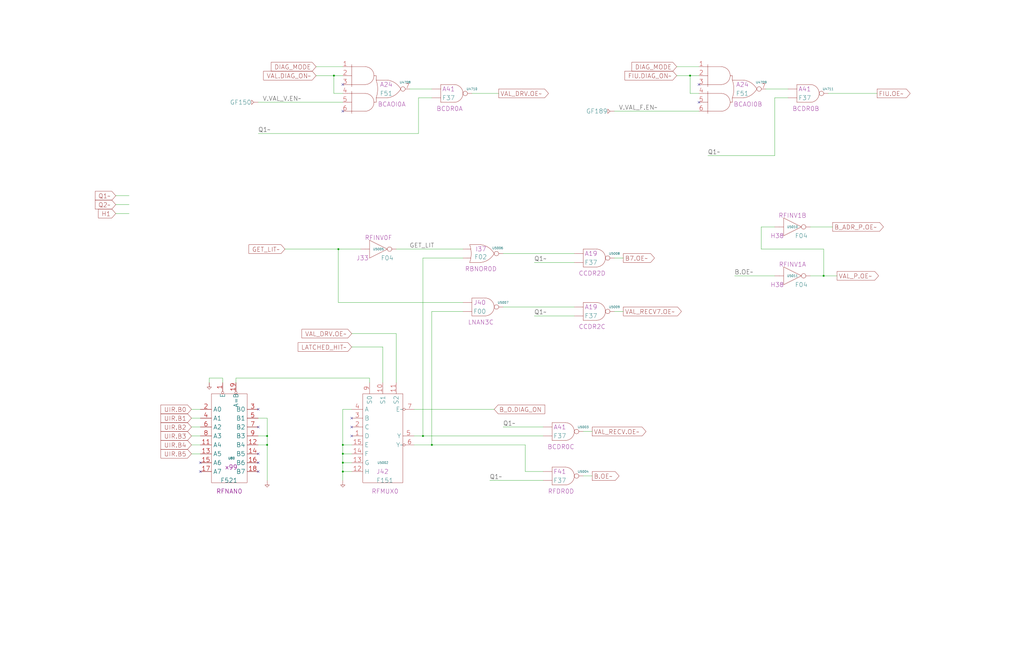
<source format=kicad_sch>
(kicad_sch (version 20230121) (generator eeschema)
  (paper "User" 584.2 378.46)
  (title_block (title "REGISTER FILE CONTROL") (date "22-MAR-90") (rev "1.0") (comment 1 "VALUE") (comment 2 "232-003063") (comment 3 "S400") (comment 4 "RELEASED"))
  (lib_symbols
    (symbol "r1000:F00" (pin_numbers hide) (pin_names hide)
      (property "Reference" "U" (at 15.24 0 0))
      (property "Value" "F00" (at 1.905 -5.08 0))
      (property "Location" "___" (at 1.905 0 0))
      (property "Name" "______" (at 2.54 -12.7 0))
      (symbol "F00_0_1"
        (polyline (pts (xy -2.54 -7.62) (xy 5.08 -7.62)) (stroke (width 0.1524)))
        (polyline (pts (xy -2.54 2.54) (xy -2.54 -7.62)) (stroke (width 0.1524)))
        (polyline (pts (xy -2.54 2.54) (xy 5.08 2.54)) (stroke (width 0.1524)))
        (arc (start 5.08 -7.62) (mid 10.1282 -2.54) (end 5.08 2.54) (stroke (width 0.1524)))
        (circle (center 11.43 -2.54) (radius 1.27) (stroke (width 0.1524)))
      )
      (symbol "F00_0_2"
        (circle (center -3.81 -5.08) (radius 1.27) (stroke (width 0.1524)))
        (circle (center -3.81 0) (radius 1.27) (stroke (width 0.1524)))
        (arc (start -3.175 -7.62) (mid -2.134 -2.54) (end -3.175 2.54) (stroke (width 0.1524)))
        (polyline (pts (xy -3.175 -7.62) (xy 3.81 -7.62)) (stroke (width 0.1524)))
        (polyline (pts (xy -3.175 2.54) (xy 3.81 2.54)) (stroke (width 0.1524)))
        (arc (start 3.81 -7.62) (mid 7.5855 -5.8306) (end 10.16 -2.54) (stroke (width 0.1524)))
        (arc (start 10.16 -2.54) (mid 7.5827 0.7471) (end 3.81 2.54) (stroke (width 0.1524)))
      )
      (symbol "F00_1_1"
        (pin input line (at -7.62 0 0) (length 5.08) (name "D0") (number "1"))
        (pin input line (at -7.62 -5.08 0) (length 5.08) (name "D1") (number "2"))
        (pin output line (at 15.24 -2.54 180) (length 2.54) (name "Q") (number "3"))
      )
      (symbol "F00_1_2"
        (pin input line (at -7.62 0 0) (length 2.54) (name "D0") (number "1"))
        (pin input line (at -7.62 -5.08 0) (length 2.54) (name "D1") (number "2"))
        (pin output line (at 15.24 -2.54 180) (length 5.08) (name "Q") (number "3"))
      )
    )
    (symbol "r1000:F02" (pin_numbers hide) (pin_names hide)
      (property "Reference" "U" (at 12.16 0.635 0))
      (property "Value" "F02" (at -1.27 -4.445 0))
      (property "Location" "___" (at 2.54 0 0))
      (property "Name" "______" (at 2.54 -12.7 0))
      (symbol "F02_0_1"
        (arc (start -3.81 -7.62) (mid -2.9847 -2.54) (end -3.81 2.54) (stroke (width 0.1524)))
        (polyline (pts (xy -5.08 -5.08) (xy -3.175 -5.08)) (stroke (width 0.1524)))
        (polyline (pts (xy -5.08 0) (xy -3.175 0)) (stroke (width 0.1524)))
        (polyline (pts (xy -3.81 -7.62) (xy 2.54 -7.62)) (stroke (width 0.1524)))
        (polyline (pts (xy -3.81 2.54) (xy 2.54 2.54)) (stroke (width 0.1524)))
        (polyline (pts (xy 13.97 -2.54) (xy 12.7 -2.54)) (stroke (width 0.1524)))
        (arc (start 2.54 -7.62) (mid 6.9515 -5.9823) (end 10.16 -2.54) (stroke (width 0.1524)))
        (arc (start 10.16 -2.54) (mid 6.9478 0.8966) (end 2.54 2.54) (stroke (width 0.1524)))
        (circle (center 11.43 -2.54) (radius 1.27) (stroke (width 0.1524)))
      )
      (symbol "F02_0_2"
        (circle (center -3.81 -5.08) (radius 1.27) (stroke (width 0.1524)))
        (circle (center -3.81 0) (radius 1.27) (stroke (width 0.1524)))
        (polyline (pts (xy -2.54 -7.62) (xy 5.08 -7.62)) (stroke (width 0.1524)))
        (polyline (pts (xy -2.54 2.54) (xy -2.54 -7.62)) (stroke (width 0.1524)))
        (polyline (pts (xy -2.54 2.54) (xy 5.08 2.54)) (stroke (width 0.1524)))
        (polyline (pts (xy 11.43 -2.54) (xy 10.16 -2.54)) (stroke (width 0.1524)))
        (polyline (pts (xy 11.43 -2.54) (xy 12.7 -2.54)) (stroke (width 0.1524)))
        (arc (start 5.08 -7.62) (mid 10.1282 -2.54) (end 5.08 2.54) (stroke (width 0.1524)))
      )
      (symbol "F02_1_1"
        (pin input line (at -7.62 0 0) (length 2.54) (name "D0") (number "1"))
        (pin input line (at -7.62 -5.08 0) (length 2.54) (name "D1") (number "2"))
        (pin output line (at 15.24 -2.54 180) (length 1.27) (name "Q") (number "3"))
      )
      (symbol "F02_1_2"
        (pin input line (at -7.62 0 0) (length 2.54) (name "D0") (number "1"))
        (pin input line (at -7.62 -5.08 0) (length 2.54) (name "D1") (number "2"))
        (pin output line (at 15.24 -2.54 180) (length 2.54) (name "Q") (number "3"))
      )
    )
    (symbol "r1000:F04" (pin_numbers hide) (pin_names hide)
      (property "Reference" "U" (at 0 0 0))
      (property "Value" "F04" (at 1.27 -5.08 0))
      (property "Location" "___" (at -12.7 -5.08 0))
      (property "Name" "______" (at 0 5.08 0))
      (symbol "F04_0_1"
        (polyline (pts (xy -7.62 0) (xy -5.08 0)) (stroke (width 0.1524)))
        (polyline (pts (xy -5.08 5.08) (xy -5.08 -5.08)) (stroke (width 0.1524)))
        (polyline (pts (xy 5.08 0) (xy -5.08 -5.08)) (stroke (width 0.1524)))
        (polyline (pts (xy 5.08 0) (xy -5.08 5.08)) (stroke (width 0.1524)))
        (circle (center 6.35 0) (radius 1.27) (stroke (width 0.1524)))
      )
      (symbol "F04_1_1"
        (pin input line (at -10.16 0 0) (length 2.54) (name "D0") (number "1"))
        (pin output line (at 10.16 0 180) (length 2.54) (name "Q") (number "2"))
      )
    )
    (symbol "r1000:F151" (pin_names (offset 1.016))
      (property "Reference" "U" (at 2.54 5.08 0))
      (property "Value" "F151" (at -1.27 -5.08 0))
      (property "Location" "___" (at -1.27 0 0))
      (property "Name" "______" (at 3.81 -12.7 0))
      (symbol "F151_1_1"
        (rectangle (start -8.89 44.45) (end 13.97 -6.35))
        (circle (center 14.605 15.24) (radius 0.635))
        (circle (center 14.605 35.56) (radius 0.635))
        (pin input line (at -15.24 20.32 0) (length 6.35) (name "D") (number "1"))
        (pin input line (at 2.54 50.8 270) (length 6.35) (name "S1") (number "10"))
        (pin input line (at 10.16 50.8 270) (length 6.35) (name "S2") (number "11"))
        (pin input line (at -15.24 0 0) (length 6.35) (name "H") (number "12"))
        (pin input line (at -15.24 5.08 0) (length 6.35) (name "G") (number "13"))
        (pin input line (at -15.24 10.16 0) (length 6.35) (name "F") (number "14"))
        (pin input line (at -15.24 15.24 0) (length 6.35) (name "E") (number "15"))
        (pin input line (at -15.24 25.4 0) (length 6.35) (name "C") (number "2"))
        (pin input line (at -15.24 30.48 0) (length 6.35) (name "B") (number "3"))
        (pin input line (at -15.24 35.56 0) (length 6.35) (name "A") (number "4"))
        (pin output line (at 20.32 20.32 180) (length 6.35) (name "Y") (number "5"))
        (pin output line (at 20.32 15.24 180) (length 5.08) (name "Y~") (number "6"))
        (pin input line (at 20.32 35.56 180) (length 5.08) (name "E~") (number "7"))
        (pin input line (at -5.08 50.8 270) (length 6.35) (name "S0") (number "9"))
      )
    )
    (symbol "r1000:F37" (pin_numbers hide) (pin_names (offset 0) hide)
      (property "Reference" "U" (at 15.24 0 0))
      (property "Value" "F37" (at 1.905 -5.08 0))
      (property "Location" "___" (at 1.905 0 0))
      (property "Name" "______" (at 2.54 -12.7 0))
      (symbol "F37_0_1"
        (polyline (pts (xy -2.54 -7.62) (xy 5.08 -7.62)) (stroke (width 0.1524)))
        (polyline (pts (xy -2.54 2.54) (xy -2.54 -7.62)) (stroke (width 0.1524)))
        (polyline (pts (xy -2.54 2.54) (xy 5.08 2.54)) (stroke (width 0.1524)))
        (arc (start 5.08 -7.62) (mid 10.1282 -2.54) (end 5.08 2.54) (stroke (width 0.1524)))
        (circle (center 11.43 -2.54) (radius 1.27) (stroke (width 0.1524)))
      )
      (symbol "F37_0_2"
        (circle (center -3.81 -5.08) (radius 1.27) (stroke (width 0.1524)))
        (circle (center -3.81 0) (radius 1.27) (stroke (width 0.1524)))
        (arc (start -3.175 -7.62) (mid -2.134 -2.54) (end -3.175 2.54) (stroke (width 0.1524)))
        (polyline (pts (xy -3.175 -7.62) (xy 3.81 -7.62)) (stroke (width 0.1524)))
        (polyline (pts (xy -3.175 2.54) (xy 3.81 2.54)) (stroke (width 0.1524)))
        (arc (start 3.81 -7.62) (mid 7.5855 -5.8306) (end 10.16 -2.54) (stroke (width 0.1524)))
        (arc (start 10.16 -2.54) (mid 7.5827 0.7471) (end 3.81 2.54) (stroke (width 0.1524)))
      )
      (symbol "F37_1_1"
        (pin input line (at -7.62 0 0) (length 5.08) (name "D0") (number "1"))
        (pin input line (at -7.62 -5.08 0) (length 5.08) (name "D1") (number "2"))
        (pin output line (at 15.24 -2.54 180) (length 2.54) (name "Q") (number "3"))
      )
      (symbol "F37_1_2"
        (pin input line (at -7.62 0 0) (length 2.54) (name "D0") (number "1"))
        (pin input line (at -7.62 -5.08 0) (length 2.54) (name "D1") (number "2"))
        (pin output line (at 15.24 -2.54 180) (length 5.08) (name "Q") (number "3"))
      )
    )
    (symbol "r1000:F51" (pin_names hide)
      (property "Reference" "U" (at 12.7 1.27 0))
      (property "Value" "F51" (at 1.905 -5.08 0))
      (property "Location" "___" (at 1.905 0 0))
      (property "Name" "______" (at 5.08 -12.7 0))
      (symbol "F51_0_0"
        (arc (start -10.16 -15.24) (mid -6.5679 -13.7521) (end -5.08 -10.16) (stroke (width 0.1524)))
        (arc (start -10.16 0) (mid -6.5679 1.4879) (end -5.08 5.08) (stroke (width 0.1524)))
        (arc (start -5.08 -10.16) (mid -6.5679 -6.5679) (end -10.16 -5.08) (stroke (width 0.1524)))
        (arc (start -5.08 5.08) (mid -6.5679 8.6721) (end -10.16 10.16) (stroke (width 0.1524)))
        (arc (start -3.8173 -7.62) (mid -2.9926 -2.54) (end -3.8173 2.54) (stroke (width 0.1524)))
        (polyline (pts (xy -20.32 -15.24) (xy -17.78 -15.24)) (stroke (width 0.1524)))
        (polyline (pts (xy -20.32 -10.16) (xy -17.78 -10.16)) (stroke (width 0.1524)))
        (polyline (pts (xy -20.32 -5.08) (xy -17.78 -5.08)) (stroke (width 0.1524)))
        (polyline (pts (xy -20.32 0) (xy -17.78 0)) (stroke (width 0.1524)))
        (polyline (pts (xy -20.32 5.08) (xy -17.78 5.08)) (stroke (width 0.1524)))
        (polyline (pts (xy -20.32 10.16) (xy -17.78 10.16)) (stroke (width 0.1524)))
        (polyline (pts (xy -17.78 -3.81) (xy -17.78 -16.51)) (stroke (width 0.1524)))
        (polyline (pts (xy -17.78 11.43) (xy -17.78 -1.27)) (stroke (width 0.1524)))
        (polyline (pts (xy -10.16 -15.24) (xy -17.78 -15.24)) (stroke (width 0.1524)))
        (polyline (pts (xy -10.16 -5.08) (xy -17.78 -5.08)) (stroke (width 0.1524)))
        (polyline (pts (xy -10.16 0) (xy -17.78 0)) (stroke (width 0.1524)))
        (polyline (pts (xy -10.16 10.16) (xy -17.78 10.16)) (stroke (width 0.1524)))
        (polyline (pts (xy -3.81 -7.62) (xy 2.54 -7.62)) (stroke (width 0.1524)))
        (polyline (pts (xy -3.81 2.54) (xy 2.54 2.54)) (stroke (width 0.1524)))
        (polyline (pts (xy -5.08 -10.16) (xy -3.81 -10.16) (xy -3.81 -7.62)) (stroke (width 0.1524)))
        (polyline (pts (xy -5.08 5.08) (xy -3.81 5.08) (xy -3.81 2.54)) (stroke (width 0.1524)))
        (arc (start 2.54 -7.62) (mid 6.9504 -5.9805) (end 10.16 -2.54) (stroke (width 0.1524)))
        (arc (start 10.16 -2.54) (mid 6.9516 0.9024) (end 2.54 2.54) (stroke (width 0.1524)))
        (circle (center 11.43 -2.54) (radius 1.27) (stroke (width 0.1524)))
      )
      (symbol "F51_1_1"
        (pin input line (at -22.86 10.16 0) (length 2.54) (name "A1") (number "1"))
        (pin input line (at -22.86 5.08 0) (length 2.54) (name "A2") (number "2"))
        (pin input line (at -22.86 0 0) (length 2.54) (name "A3") (number "3"))
        (pin input line (at -22.86 -5.08 0) (length 2.54) (name "B1") (number "4"))
        (pin input line (at -22.86 -10.16 0) (length 2.54) (name "B2") (number "5"))
        (pin input line (at -22.86 -15.24 0) (length 2.54) (name "B3") (number "6"))
        (pin output line (at 15.24 -2.54 180) (length 2.54) (name "Q") (number "7"))
      )
    )
    (symbol "r1000:F521" (pin_names (offset 1.016))
      (property "Reference" "U" (at 2.54 5.08 0))
      (property "Value" "F521" (at -3.81 -7.62 0))
      (property "Location" "___" (at -1.27 0 0))
      (property "Name" "______" (at 1.27 -15.24 0))
      (symbol "F521_1_1"
        (rectangle (start -8.89 41.91) (end 11.43 -8.89))
        (circle (center -2.54 42.545) (radius 0.635))
        (circle (center 5.08 42.545) (radius 0.635))
        (pin input line (at -2.54 48.26 270) (length 5.08) (name "E") (number "1"))
        (pin input line (at -15.24 12.7 0) (length 6.35) (name "A4") (number "11"))
        (pin input line (at 17.78 12.7 180) (length 6.35) (name "B4") (number "12"))
        (pin input line (at -15.24 7.62 0) (length 6.35) (name "A5") (number "13"))
        (pin input line (at 17.78 7.62 180) (length 6.35) (name "B5") (number "14"))
        (pin input line (at -15.24 2.54 0) (length 6.35) (name "A6") (number "15"))
        (pin input line (at 17.78 2.54 180) (length 6.35) (name "B6") (number "16"))
        (pin input line (at -15.24 -2.54 0) (length 6.35) (name "A7") (number "17"))
        (pin input line (at 17.78 -2.54 180) (length 6.35) (name "B7") (number "18"))
        (pin output line (at 5.08 48.26 270) (length 5.08) (name "A=B") (number "19"))
        (pin input line (at -15.24 33.02 0) (length 6.35) (name "A0") (number "2"))
        (pin input line (at 17.78 33.02 180) (length 6.35) (name "B0") (number "3"))
        (pin input line (at -15.24 27.94 0) (length 6.35) (name "A1") (number "4"))
        (pin input line (at 17.78 27.94 180) (length 6.35) (name "B1") (number "5"))
        (pin input line (at -15.24 22.86 0) (length 6.35) (name "A2") (number "6"))
        (pin input line (at 17.78 22.86 180) (length 6.35) (name "B2") (number "7"))
        (pin input line (at -15.24 17.78 0) (length 6.35) (name "A3") (number "8"))
        (pin input line (at 17.78 17.78 180) (length 6.35) (name "B3") (number "9"))
      )
    )
    (symbol "r1000:GF" (pin_numbers hide) (pin_names (offset 0) hide)
      (property "Reference" "GF" (at 3.81 0 0))
      (symbol "GF_0_1"
        (polyline (pts (xy 2.54 0) (xy 3.81 1.27) (xy 3.81 -1.27) (xy 2.54 0)) (stroke (width 0.1524)))
      )
      (symbol "GF_1_1"
        (pin bidirectional line (at 0 0 0) (length 2.54) (name "") (number "1"))
      )
    )
    (symbol "r1000:PD" (power) (pin_numbers hide) (pin_names hide) (in_bom no)
      (symbol "PD_0_1"
        (polyline (pts (xy 0 -2.54) (xy 1.27 -2.54) (xy 0 -3.81) (xy -1.27 -2.54) (xy 0 -2.54)) (stroke (width 0.1524)))
      )
      (symbol "PD_1_1"
        (pin power_in line (at 0 0 270) (length 2.54) (name "PD") (number "1"))
      )
    )
  )
  (junction (at 152.4 254))
  (junction (at 469.9 157.48))
  (junction (at 393.7 43.18))
  (junction (at 241.3 248.92))
  (junction (at 190.5 43.18))
  (junction (at 193.04 142.24))
  (junction (at 195.58 259.08))
  (junction (at 195.58 264.16))
  (junction (at 152.4 248.92))
  (junction (at 195.58 269.24))
  (junction (at 195.58 254))
  (junction (at 246.38 254))
  (no_connect (at 147.32 259.08))
  (no_connect (at 195.58 63.5))
  (no_connect (at 147.32 243.84))
  (no_connect (at 147.32 264.16))
  (no_connect (at 114.3 264.16))
  (no_connect (at 147.32 233.68))
  (no_connect (at 398.78 48.26))
  (no_connect (at 200.66 243.84))
  (no_connect (at 147.32 269.24))
  (no_connect (at 195.58 48.26))
  (no_connect (at 114.3 269.24))
  (no_connect (at 200.66 238.76))
  (no_connect (at 200.66 248.92))
  (no_connect (at 398.78 58.42))
  (wire (pts (xy 226.06 190.5) (xy 226.06 218.44)))
  (wire (pts (xy 195.58 254) (xy 200.66 254)))
  (wire (pts (xy 195.58 233.68) (xy 195.58 254)))
  (wire (pts (xy 241.3 248.92) (xy 309.88 248.92)))
  (wire (pts (xy 119.38 218.44) (xy 119.38 215.9)))
  (wire (pts (xy 152.4 254) (xy 152.4 274.32)))
  (wire (pts (xy 398.78 53.34) (xy 393.7 53.34)))
  (wire (pts (xy 434.34 129.54) (xy 434.34 142.24)))
  (wire (pts (xy 190.5 53.34) (xy 195.58 53.34)))
  (wire (pts (xy 152.4 248.92) (xy 152.4 254)))
  (wire (pts (xy 195.58 259.08) (xy 195.58 264.16)))
  (wire (pts (xy 434.34 142.24) (xy 469.9 142.24)))
  (wire (pts (xy 162.56 142.24) (xy 193.04 142.24)))
  (wire (pts (xy 441.96 88.9) (xy 441.96 55.88)))
  (wire (pts (xy 109.22 233.68) (xy 114.3 233.68)))
  (wire (pts (xy 66.04 121.92) (xy 73.66 121.92)))
  (wire (pts (xy 462.28 129.54) (xy 474.98 129.54)))
  (wire (pts (xy 350.52 63.5) (xy 398.78 63.5)))
  (wire (pts (xy 190.5 43.18) (xy 190.5 53.34)))
  (wire (pts (xy 200.66 198.12) (xy 218.44 198.12)))
  (wire (pts (xy 193.04 142.24) (xy 205.74 142.24)))
  (wire (pts (xy 287.02 243.84) (xy 309.88 243.84)))
  (wire (pts (xy 393.7 43.18) (xy 393.7 53.34)))
  (wire (pts (xy 246.38 177.8) (xy 264.16 177.8)))
  (wire (pts (xy 226.06 142.24) (xy 264.16 142.24)))
  (wire (pts (xy 469.9 142.24) (xy 469.9 157.48)))
  (wire (pts (xy 218.44 198.12) (xy 218.44 218.44)))
  (wire (pts (xy 190.5 43.18) (xy 195.58 43.18)))
  (wire (pts (xy 195.58 254) (xy 195.58 259.08)))
  (wire (pts (xy 350.52 177.8) (xy 355.6 177.8)))
  (wire (pts (xy 109.22 243.84) (xy 114.3 243.84)))
  (wire (pts (xy 127 215.9) (xy 127 218.44)))
  (wire (pts (xy 119.38 215.9) (xy 127 215.9)))
  (wire (pts (xy 109.22 238.76) (xy 114.3 238.76)))
  (wire (pts (xy 236.22 233.68) (xy 281.94 233.68)))
  (wire (pts (xy 109.22 259.08) (xy 114.3 259.08)))
  (wire (pts (xy 109.22 254) (xy 114.3 254)))
  (wire (pts (xy 193.04 142.24) (xy 193.04 172.72)))
  (wire (pts (xy 287.02 144.78) (xy 327.66 144.78)))
  (wire (pts (xy 210.82 215.9) (xy 210.82 218.44)))
  (wire (pts (xy 436.88 50.8) (xy 449.58 50.8)))
  (wire (pts (xy 195.58 259.08) (xy 200.66 259.08)))
  (wire (pts (xy 147.32 76.2) (xy 238.76 76.2)))
  (wire (pts (xy 152.4 238.76) (xy 152.4 248.92)))
  (wire (pts (xy 350.52 147.32) (xy 355.6 147.32)))
  (wire (pts (xy 241.3 147.32) (xy 241.3 248.92)))
  (wire (pts (xy 147.32 254) (xy 152.4 254)))
  (wire (pts (xy 462.28 157.48) (xy 469.9 157.48)))
  (wire (pts (xy 233.68 50.8) (xy 246.38 50.8)))
  (wire (pts (xy 180.34 43.18) (xy 190.5 43.18)))
  (wire (pts (xy 472.44 53.34) (xy 500.38 53.34)))
  (wire (pts (xy 180.34 38.1) (xy 195.58 38.1)))
  (wire (pts (xy 246.38 254) (xy 299.72 254)))
  (wire (pts (xy 147.32 238.76) (xy 152.4 238.76)))
  (wire (pts (xy 264.16 147.32) (xy 241.3 147.32)))
  (wire (pts (xy 246.38 254) (xy 246.38 177.8)))
  (wire (pts (xy 304.8 180.34) (xy 327.66 180.34)))
  (wire (pts (xy 469.9 157.48) (xy 477.52 157.48)))
  (wire (pts (xy 279.4 274.32) (xy 309.88 274.32)))
  (wire (pts (xy 386.08 38.1) (xy 398.78 38.1)))
  (wire (pts (xy 66.04 116.84) (xy 73.66 116.84)))
  (wire (pts (xy 200.66 233.68) (xy 195.58 233.68)))
  (wire (pts (xy 195.58 264.16) (xy 200.66 264.16)))
  (wire (pts (xy 147.32 248.92) (xy 152.4 248.92)))
  (wire (pts (xy 134.62 215.9) (xy 210.82 215.9)))
  (wire (pts (xy 193.04 172.72) (xy 264.16 172.72)))
  (wire (pts (xy 66.04 111.76) (xy 73.66 111.76)))
  (wire (pts (xy 195.58 264.16) (xy 195.58 269.24)))
  (wire (pts (xy 195.58 269.24) (xy 200.66 269.24)))
  (wire (pts (xy 441.96 55.88) (xy 449.58 55.88)))
  (wire (pts (xy 332.74 271.78) (xy 337.82 271.78)))
  (wire (pts (xy 238.76 76.2) (xy 238.76 55.88)))
  (wire (pts (xy 403.86 88.9) (xy 441.96 88.9)))
  (wire (pts (xy 299.72 254) (xy 299.72 269.24)))
  (wire (pts (xy 304.8 149.86) (xy 327.66 149.86)))
  (wire (pts (xy 287.02 175.26) (xy 327.66 175.26)))
  (wire (pts (xy 147.32 58.42) (xy 195.58 58.42)))
  (wire (pts (xy 109.22 248.92) (xy 114.3 248.92)))
  (wire (pts (xy 419.1 157.48) (xy 441.96 157.48)))
  (wire (pts (xy 236.22 254) (xy 246.38 254)))
  (wire (pts (xy 269.24 53.34) (xy 284.48 53.34)))
  (wire (pts (xy 441.96 129.54) (xy 434.34 129.54)))
  (wire (pts (xy 332.74 246.38) (xy 337.82 246.38)))
  (wire (pts (xy 393.7 43.18) (xy 398.78 43.18)))
  (wire (pts (xy 386.08 43.18) (xy 393.7 43.18)))
  (wire (pts (xy 200.66 190.5) (xy 226.06 190.5)))
  (wire (pts (xy 299.72 269.24) (xy 309.88 269.24)))
  (wire (pts (xy 195.58 269.24) (xy 195.58 274.32)))
  (wire (pts (xy 236.22 248.92) (xy 241.3 248.92)))
  (wire (pts (xy 134.62 215.9) (xy 134.62 218.44)))
  (wire (pts (xy 238.76 55.88) (xy 246.38 55.88)))
  (label "Q1~" (at 304.8 149.86 0) (effects (font (size 2.54 2.54))))
  (label "V.VAL_F.EN~" (at 353.06 63.5 0) (effects (font (size 2.54 2.54))))
  (label "Q1~" (at 147.32 76.2 0) (effects (font (size 2.54 2.54))))
  (label "Q1~" (at 287.02 243.84 0) (effects (font (size 2.54 2.54))))
  (label "Q1~" (at 403.86 88.9 0) (effects (font (size 2.54 2.54))))
  (label "B.OE~" (at 419.1 157.48 0) (effects (font (size 2.54 2.54))))
  (label "V.VAL_V.EN~" (at 149.86 58.42 0) (effects (font (size 2.54 2.54))))
  (label "Q1~" (at 279.4 274.32 0) (effects (font (size 2.54 2.54))))
  (label "Q1~" (at 304.8 180.34 0) (effects (font (size 2.54 2.54))))
  (label "GET_LIT" (at 233.68 142.24 0) (effects (font (size 2.54 2.54))))
  (global_label "H1" (shape input) (at 66.04 121.92 180) (effects (font (size 2.54 2.54))) (property "Intersheetrefs" "${INTERSHEET_REFS}" (at 56.134 121.7613 0) (effects (font (size 1.905 1.905)) (justify right))))
  (global_label "FIU.OE~" (shape output) (at 500.38 53.34 0) (effects (font (size 2.54 2.54))) (property "Intersheetrefs" "${INTERSHEET_REFS}" (at 519.2365 53.1813 0) (effects (font (size 1.905 1.905)) (justify left))))
  (global_label "B_ADR_P.OE~" (shape output) (at 474.98 129.54 0) (effects (font (size 2.54 2.54))) (property "Intersheetrefs" "${INTERSHEET_REFS}" (at 503.9965 129.3813 0) (effects (font (size 1.905 1.905)) (justify left))))
  (global_label "UIR.B2" (shape input) (at 109.22 243.84 180) (effects (font (size 2.54 2.54))) (property "Intersheetrefs" "${INTERSHEET_REFS}" (at 91.815 243.6813 0) (effects (font (size 1.905 1.905)) (justify right))))
  (global_label "VAL_DRV.OE~" (shape input) (at 200.66 190.5 180) (effects (font (size 2.54 2.54))) (property "Intersheetrefs" "${INTERSHEET_REFS}" (at 172.2483 190.3413 0) (effects (font (size 1.905 1.905)) (justify right))))
  (global_label "VAL_RECV.OE~" (shape output) (at 337.82 246.38 0) (effects (font (size 2.54 2.54))) (property "Intersheetrefs" "${INTERSHEET_REFS}" (at 368.5298 246.2213 0) (effects (font (size 1.905 1.905)) (justify left))))
  (global_label "DIAG_MODE" (shape input) (at 180.34 38.1 180) (effects (font (size 2.54 2.54))) (property "Intersheetrefs" "${INTERSHEET_REFS}" (at 154.7102 37.9413 0) (effects (font (size 1.905 1.905)) (justify right))))
  (global_label "UIR.B0" (shape input) (at 109.22 233.68 180) (effects (font (size 2.54 2.54))) (property "Intersheetrefs" "${INTERSHEET_REFS}" (at 91.815 233.5213 0) (effects (font (size 1.905 1.905)) (justify right))))
  (global_label "Q1~" (shape input) (at 66.04 111.76 180) (effects (font (size 2.54 2.54))) (property "Intersheetrefs" "${INTERSHEET_REFS}" (at 48.1511 111.6013 0) (effects (font (size 1.905 1.905)) (justify right))))
  (global_label "VAL_RECV7.OE~" (shape output) (at 355.6 177.8 0) (effects (font (size 2.54 2.54))) (property "Intersheetrefs" "${INTERSHEET_REFS}" (at 388.7289 177.6413 0) (effects (font (size 1.905 1.905)) (justify left))))
  (global_label "B7.OE~" (shape output) (at 355.6 147.32 0) (effects (font (size 2.54 2.54))) (property "Intersheetrefs" "${INTERSHEET_REFS}" (at 373.3679 147.1613 0) (effects (font (size 1.905 1.905)) (justify left))))
  (global_label "GET_LIT~" (shape input) (at 162.56 142.24 180) (effects (font (size 2.54 2.54))) (property "Intersheetrefs" "${INTERSHEET_REFS}" (at 142.0102 142.0813 0) (effects (font (size 1.905 1.905)) (justify right))))
  (global_label "B.OE~" (shape output) (at 337.82 271.78 0) (effects (font (size 2.54 2.54))) (property "Intersheetrefs" "${INTERSHEET_REFS}" (at 353.1689 271.6213 0) (effects (font (size 1.905 1.905)) (justify left))))
  (global_label "VAL.DIAG_ON~" (shape input) (at 180.34 43.18 180) (effects (font (size 2.54 2.54))) (property "Intersheetrefs" "${INTERSHEET_REFS}" (at 150.3559 43.0213 0) (effects (font (size 1.905 1.905)) (justify right))))
  (global_label "B_O.DIAG_ON" (shape input) (at 281.94 233.68 0) (effects (font (size 2.54 2.54))) (property "Intersheetrefs" "${INTERSHEET_REFS}" (at 310.8355 233.5213 0) (effects (font (size 1.905 1.905)) (justify left))))
  (global_label "UIR.B1" (shape input) (at 109.22 238.76 180) (effects (font (size 2.54 2.54))) (property "Intersheetrefs" "${INTERSHEET_REFS}" (at 91.1481 238.76 0) (effects (font (size 1.905 1.905)) (justify right))))
  (global_label "VAL_P.OE~" (shape output) (at 477.52 157.48 0) (effects (font (size 2.54 2.54))) (property "Intersheetrefs" "${INTERSHEET_REFS}" (at 501.2146 157.3213 0) (effects (font (size 1.905 1.905)) (justify left))))
  (global_label "DIAG_MODE" (shape input) (at 386.08 38.1 180) (effects (font (size 2.54 2.54))) (property "Intersheetrefs" "${INTERSHEET_REFS}" (at 360.4502 37.9413 0) (effects (font (size 1.905 1.905)) (justify right))))
  (global_label "FIU.DIAG_ON~" (shape input) (at 386.08 43.18 180) (effects (font (size 2.54 2.54))) (property "Intersheetrefs" "${INTERSHEET_REFS}" (at 356.4588 43.0213 0) (effects (font (size 1.905 1.905)) (justify right))))
  (global_label "LATCHED_HIT~" (shape input) (at 200.66 198.12 180) (effects (font (size 2.54 2.54))) (property "Intersheetrefs" "${INTERSHEET_REFS}" (at 170.0711 197.9613 0) (effects (font (size 1.905 1.905)) (justify right))))
  (global_label "Q2~" (shape input) (at 66.04 116.84 180) (effects (font (size 2.54 2.54))) (property "Intersheetrefs" "${INTERSHEET_REFS}" (at 48.1511 116.6813 0) (effects (font (size 1.905 1.905)) (justify right))))
  (global_label "UIR.B4" (shape input) (at 109.22 254 180) (effects (font (size 2.54 2.54))) (property "Intersheetrefs" "${INTERSHEET_REFS}" (at 91.1481 254 0) (effects (font (size 1.905 1.905)) (justify right))))
  (global_label "UIR.B3" (shape input) (at 109.22 248.92 180) (effects (font (size 2.54 2.54))) (property "Intersheetrefs" "${INTERSHEET_REFS}" (at 91.1481 248.92 0) (effects (font (size 1.905 1.905)) (justify right))))
  (global_label "UIR.B5" (shape input) (at 109.22 259.08 180) (effects (font (size 2.54 2.54))) (property "Intersheetrefs" "${INTERSHEET_REFS}" (at 91.815 258.9213 0) (effects (font (size 1.905 1.905)) (justify right))))
  (global_label "VAL_DRV.OE~" (shape output) (at 284.48 53.34 0) (effects (font (size 2.54 2.54))) (property "Intersheetrefs" "${INTERSHEET_REFS}" (at 312.8917 53.1813 0) (effects (font (size 1.905 1.905)) (justify left))))
  (symbol (lib_id "r1000:F37") (at 317.5 269.24 0) (unit 1)
    (property "Reference" "U5004" (at 332.74 269.24 0))
    (property "Value" "F37" (at 319.405 274.32 0) (effects (font (size 2.54 2.54))))
    (property "Location" "F41" (at 319.405 269.24 0) (effects (font (size 2.54 2.54))))
    (property "Name" "RFDR0D" (at 320.04 281.94 0) (effects (font (size 2.54 2.54)) (justify bottom)))
  )
  (symbol (lib_id "r1000:GF") (at 350.52 63.5 0) (mirror y) (unit 1)
    (property "Reference" "GF189" (at 346.71 63.5 0) (effects (font (size 2.54 2.54)) (justify left)))
    (property "Value" "GF" (effects hide))
  )
  (symbol (lib_id "r1000:F00") (at 271.78 172.72 0) (unit 1)
    (property "Reference" "U5007" (at 287.02 172.72 0))
    (property "Value" "F00" (at 273.685 177.8 0) (effects (font (size 2.54 2.54))))
    (property "Location" "J40" (at 273.685 172.72 0) (effects (font (size 2.54 2.54))))
    (property "Name" "LNAN3C" (at 274.32 185.42 0) (effects (font (size 2.54 2.54)) (justify bottom)))
  )
  (symbol (lib_id "r1000:F04") (at 452.12 129.54 0) (unit 1)
    (property "Reference" "U5010" (at 452.12 129.54 0))
    (property "Value" "F04" (at 453.39 134.62 0) (effects (font (size 2.54 2.54)) (justify left)))
    (property "Location" "H38" (at 439.42 134.62 0) (effects (font (size 2.54 2.54)) (justify left)))
    (property "Name" "RFINV1B" (at 452.12 124.46 0) (effects (font (size 2.54 2.54)) (justify bottom)))
  )
  (symbol (lib_id "r1000:F04") (at 452.12 157.48 0) (unit 1)
    (property "Reference" "U5011" (at 452.12 157.48 0))
    (property "Value" "F04" (at 453.39 162.56 0) (effects (font (size 2.54 2.54)) (justify left)))
    (property "Location" "H38" (at 439.42 162.56 0) (effects (font (size 2.54 2.54)) (justify left)))
    (property "Name" "RFINV1A" (at 452.12 152.4 0) (effects (font (size 2.54 2.54)) (justify bottom)))
  )
  (symbol (lib_id "r1000:GF") (at 147.32 58.42 0) (mirror y) (unit 1)
    (property "Reference" "GF150" (at 143.51 58.42 0) (effects (font (size 2.54 2.54)) (justify left)))
    (property "Value" "GF" (effects hide))
  )
  (symbol (lib_id "r1000:F37") (at 335.28 144.78 0) (unit 1)
    (property "Reference" "U5008" (at 350.52 144.78 0))
    (property "Value" "F37" (at 337.185 149.86 0) (effects (font (size 2.54 2.54))))
    (property "Location" "A19" (at 337.185 144.78 0) (effects (font (size 2.54 2.54))))
    (property "Name" "CCDR2D" (at 337.82 157.48 0) (effects (font (size 2.54 2.54)) (justify bottom)))
  )
  (symbol (lib_id "r1000:PD") (at 119.38 218.44 0) (unit 1) (in_bom no)
    (property "Reference" "#PWR057" (effects hide))
    (property "Value" "PD" (effects hide))
  )
  (symbol (lib_id "r1000:F37") (at 457.2 50.8 0) (unit 1)
    (property "Reference" "U4711" (at 472.44 50.8 0))
    (property "Value" "F37" (at 459.105 55.88 0) (effects (font (size 2.54 2.54))))
    (property "Location" "A41" (at 459.105 50.8 0) (effects (font (size 2.54 2.54))))
    (property "Name" "BCDR0B" (at 459.74 63.5 0) (effects (font (size 2.54 2.54)) (justify bottom)))
  )
  (symbol (lib_id "r1000:F02") (at 271.78 142.24 0) (unit 1)
    (property "Reference" "U5006" (at 283.94 141.605 0))
    (property "Value" "F02" (at 270.51 146.685 0) (effects (font (size 2.54 2.54)) (justify left)))
    (property "Location" "I37" (at 274.32 142.24 0) (effects (font (size 2.54 2.54))))
    (property "Name" "RBNOR0D" (at 274.32 154.94 0) (effects (font (size 2.54 2.54)) (justify bottom)))
  )
  (symbol (lib_id "r1000:F37") (at 335.28 175.26 0) (unit 1)
    (property "Reference" "U5009" (at 350.52 175.26 0))
    (property "Value" "F37" (at 337.185 180.34 0) (effects (font (size 2.54 2.54))))
    (property "Location" "A19" (at 337.185 175.26 0) (effects (font (size 2.54 2.54))))
    (property "Name" "CCDR2C" (at 337.82 187.96 0) (effects (font (size 2.54 2.54)) (justify bottom)))
  )
  (symbol (lib_id "r1000:F521") (at 129.54 266.7 0) (unit 1)
    (property "Reference" "U80" (at 132.08 261.62 0))
    (property "Value" "F521" (at 125.73 274.32 0) (effects (font (size 2.54 2.54)) (justify left)))
    (property "Location" "x99" (at 128.27 266.7 0) (effects (font (size 2.54 2.54)) (justify left)))
    (property "Name" "RFNAN0" (at 130.81 281.94 0) (effects (font (size 2.54 2.54)) (justify bottom)))
  )
  (symbol (lib_id "r1000:PD") (at 195.58 274.32 0) (unit 1) (in_bom no)
    (property "Reference" "#PWR05002" (effects hide))
    (property "Value" "PD" (effects hide))
  )
  (symbol (lib_id "r1000:F151") (at 215.9 269.24 0) (unit 1)
    (property "Reference" "U5002" (at 218.44 264.16 0))
    (property "Value" "F151" (at 214.63 274.32 0) (effects (font (size 2.54 2.54)) (justify left)))
    (property "Location" "J42" (at 214.63 269.24 0) (effects (font (size 2.54 2.54)) (justify left)))
    (property "Name" "RFMUX0" (at 219.71 281.94 0) (effects (font (size 2.54 2.54)) (justify bottom)))
  )
  (symbol (lib_id "r1000:PD") (at 152.4 274.32 0) (unit 1) (in_bom no)
    (property "Reference" "#PWR058" (effects hide))
    (property "Value" "PD" (effects hide))
  )
  (symbol (lib_id "r1000:F37") (at 254 50.8 0) (unit 1)
    (property "Reference" "U4710" (at 269.24 50.8 0))
    (property "Value" "F37" (at 255.905 55.88 0) (effects (font (size 2.54 2.54))))
    (property "Location" "A41" (at 255.905 50.8 0) (effects (font (size 2.54 2.54))))
    (property "Name" "BCDR0A" (at 256.54 63.5 0) (effects (font (size 2.54 2.54)) (justify bottom)))
  )
  (symbol (lib_id "r1000:F37") (at 317.5 243.84 0) (unit 1)
    (property "Reference" "U5003" (at 332.74 243.84 0))
    (property "Value" "F37" (at 319.405 248.92 0) (effects (font (size 2.54 2.54))))
    (property "Location" "A41" (at 319.405 243.84 0) (effects (font (size 2.54 2.54))))
    (property "Name" "BCDR0C" (at 320.04 256.54 0) (effects (font (size 2.54 2.54)) (justify bottom)))
  )
  (symbol (lib_id "r1000:F04") (at 215.9 142.24 0) (unit 1)
    (property "Reference" "U5005" (at 215.9 142.24 0))
    (property "Value" "F04" (at 217.17 147.32 0) (effects (font (size 2.54 2.54)) (justify left)))
    (property "Location" "J33" (at 203.2 147.32 0) (effects (font (size 2.54 2.54)) (justify left)))
    (property "Name" "RFINV0F" (at 215.9 137.16 0) (effects (font (size 2.54 2.54)) (justify bottom)))
  )
  (symbol (lib_id "r1000:F51") (at 218.44 48.26 0) (unit 1)
    (property "Reference" "U4708" (at 231.14 46.99 0))
    (property "Value" "F51" (at 220.345 53.34 0) (effects (font (size 2.54 2.54))))
    (property "Location" "A24" (at 220.345 48.26 0) (effects (font (size 2.54 2.54))))
    (property "Name" "BCAOI0A" (at 223.52 60.96 0) (effects (font (size 2.54 2.54)) (justify bottom)))
  )
  (symbol (lib_id "r1000:F51") (at 421.64 48.26 0) (unit 1)
    (property "Reference" "U4709" (at 434.34 46.99 0))
    (property "Value" "F51" (at 423.545 53.34 0) (effects (font (size 2.54 2.54))))
    (property "Location" "A24" (at 423.545 48.26 0) (effects (font (size 2.54 2.54))))
    (property "Name" "BCAOI0B" (at 426.72 60.96 0) (effects (font (size 2.54 2.54)) (justify bottom)))
  )
)
</source>
